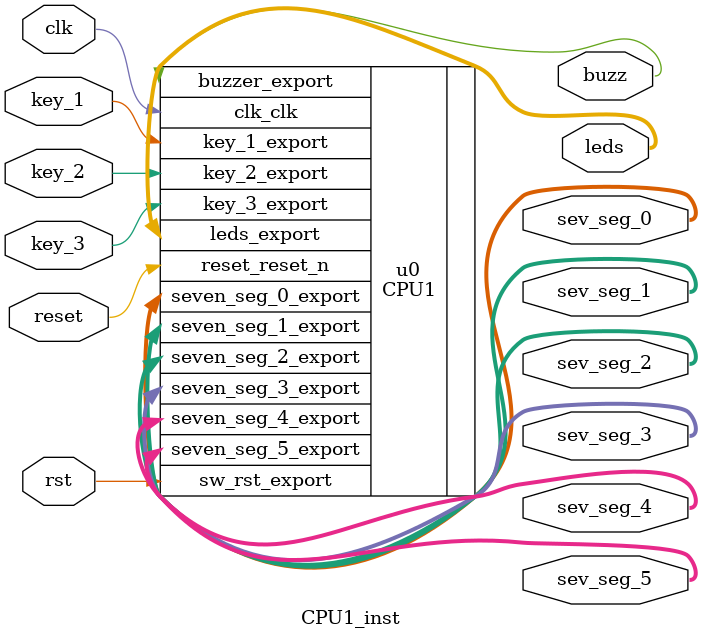
<source format=v>
	module CPU1_inst (input clk, reset, key_1, key_2, key_3, rst,
	output [9:0] leds, output [6:0] sev_seg_0, output [6:0] sev_seg_1, output[6:0] sev_seg_2,
	output[6:0] sev_seg_3, output[6:0] sev_seg_4, output[6:0] sev_seg_5, output buzz);

	CPU1 u0 (
		.clk_clk            (clk),            //         clk.clk
		.key_1_export       (key_1),       //       key_1.export
		.key_2_export       (key_2),       //       key_2.export
		.key_3_export       (key_3),       //       key_3.export
		.leds_export        (leds),        //        leds.export
		.reset_reset_n      (reset),      //       reset.reset_n
		.seven_seg_0_export (sev_seg_0), // seven_seg_0.export
		.seven_seg_1_export (sev_seg_1), // seven_seg_1.export
		.seven_seg_2_export (sev_seg_2), // seven_seg_2.export
		.seven_seg_3_export (sev_seg_3), // seven_seg_3.export
		.seven_seg_4_export (sev_seg_4), // seven_seg_4.export
		.seven_seg_5_export (sev_seg_5), // seven_seg_5.export
		.buzzer_export      (buzz),       //      buzzer.export
		.sw_rst_export		  (rst)
	);
	endmodule

</source>
